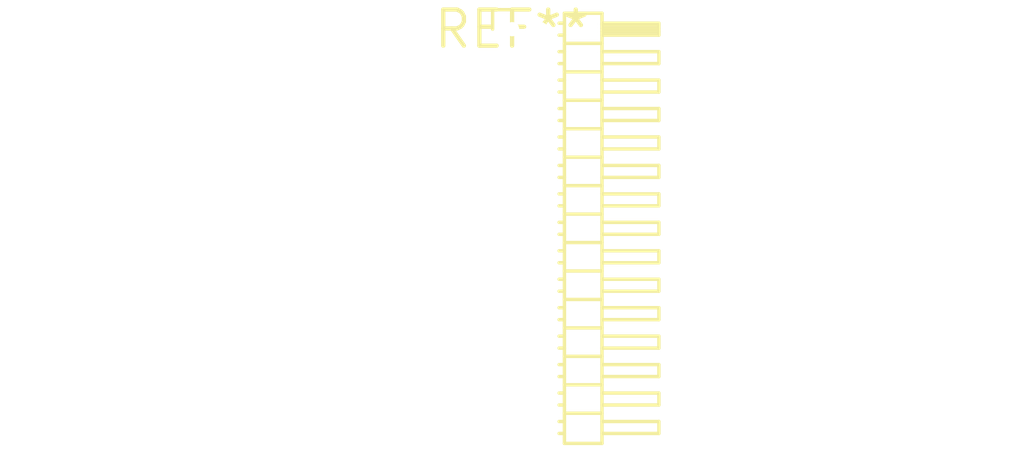
<source format=kicad_pcb>
(kicad_pcb (version 20240108) (generator pcbnew)
  (layers (0 "F.Cu" signal) (31 "B.Cu" signal) (34 "B.Paste" user) (35 "F.Paste" user) (36 "B.SilkS" user "B.Silkscreen") (37 "F.SilkS" user "F.Silkscreen") (38 "B.Mask" user) (39 "F.Mask" user) (44 "Edge.Cuts" user))
  (net 0 "")
  (footprint "PinHeader_2x15_P1.00mm_Horizontal" (layer "F.Cu") (at 0 0)
    (property "Reference" "REF**")
    (property "Value" "PinHeader_2x15_P1.00mm_Horizontal")
    (fp_line (start -0.685 -0.685) (end 0 -0.685) (layer "F.SilkS") (stroke (width 0.12)))
    (fp_line (start -0.685 0) (end -0.685 -0.685) (layer "F.SilkS") (stroke (width 0.12)))
    (fp_line (start 1.652016 -0.21) (end 1.84 -0.21) (layer "F.SilkS") (stroke (width 0.12)))
    (fp_line (start 1.652016 0.21) (end 1.84 0.21) (layer "F.SilkS") (stroke (width 0.12)))
    (fp_line (start 1.652016 0.79) (end 1.84 0.79) (layer "F.SilkS") (stroke (width 0.12)))
    (fp_line (start 1.652016 1.21) (end 1.84 1.21) (layer "F.SilkS") (stroke (width 0.12)))
    (fp_line (start 1.652016 1.79) (end 1.84 1.79) (layer "F.SilkS") (stroke (width 0.12)))
    (fp_line (start 1.652016 2.21) (end 1.84 2.21) (layer "F.SilkS") (stroke (width 0.12)))
    (fp_line (start 1.652016 2.79) (end 1.84 2.79) (layer "F.SilkS") (stroke (width 0.12)))
    (fp_line (start 1.652016 3.21) (end 1.84 3.21) (layer "F.SilkS") (stroke (width 0.12)))
    (fp_line (start 1.652016 3.79) (end 1.84 3.79) (layer "F.SilkS") (stroke (width 0.12)))
    (fp_line (start 1.652016 4.21) (end 1.84 4.21) (layer "F.SilkS") (stroke (width 0.12)))
    (fp_line (start 1.652016 4.79) (end 1.84 4.79) (layer "F.SilkS") (stroke (width 0.12)))
    (fp_line (start 1.652016 5.21) (end 1.84 5.21) (layer "F.SilkS") (stroke (width 0.12)))
    (fp_line (start 1.652016 5.79) (end 1.84 5.79) (layer "F.SilkS") (stroke (width 0.12)))
    (fp_line (start 1.652016 6.21) (end 1.84 6.21) (layer "F.SilkS") (stroke (width 0.12)))
    (fp_line (start 1.652016 6.79) (end 1.84 6.79) (layer "F.SilkS") (stroke (width 0.12)))
    (fp_line (start 1.652016 7.21) (end 1.84 7.21) (layer "F.SilkS") (stroke (width 0.12)))
    (fp_line (start 1.652016 7.79) (end 1.84 7.79) (layer "F.SilkS") (stroke (width 0.12)))
    (fp_line (start 1.652016 8.21) (end 1.84 8.21) (layer "F.SilkS") (stroke (width 0.12)))
    (fp_line (start 1.652016 8.79) (end 1.84 8.79) (layer "F.SilkS") (stroke (width 0.12)))
    (fp_line (start 1.652016 9.21) (end 1.84 9.21) (layer "F.SilkS") (stroke (width 0.12)))
    (fp_line (start 1.652016 9.79) (end 1.84 9.79) (layer "F.SilkS") (stroke (width 0.12)))
    (fp_line (start 1.652016 10.21) (end 1.84 10.21) (layer "F.SilkS") (stroke (width 0.12)))
    (fp_line (start 1.652016 10.79) (end 1.84 10.79) (layer "F.SilkS") (stroke (width 0.12)))
    (fp_line (start 1.652016 11.21) (end 1.84 11.21) (layer "F.SilkS") (stroke (width 0.12)))
    (fp_line (start 1.652016 11.79) (end 1.84 11.79) (layer "F.SilkS") (stroke (width 0.12)))
    (fp_line (start 1.652016 12.21) (end 1.84 12.21) (layer "F.SilkS") (stroke (width 0.12)))
    (fp_line (start 1.652016 12.79) (end 1.84 12.79) (layer "F.SilkS") (stroke (width 0.12)))
    (fp_line (start 1.652016 13.21) (end 1.84 13.21) (layer "F.SilkS") (stroke (width 0.12)))
    (fp_line (start 1.652016 13.79) (end 1.84 13.79) (layer "F.SilkS") (stroke (width 0.12)))
    (fp_line (start 1.652016 14.21) (end 1.84 14.21) (layer "F.SilkS") (stroke (width 0.12)))
    (fp_line (start 1.84 -0.56) (end 1.84 14.56) (layer "F.SilkS") (stroke (width 0.12)))
    (fp_line (start 1.84 0.5) (end 3.16 0.5) (layer "F.SilkS") (stroke (width 0.12)))
    (fp_line (start 1.84 1.5) (end 3.16 1.5) (layer "F.SilkS") (stroke (width 0.12)))
    (fp_line (start 1.84 2.5) (end 3.16 2.5) (layer "F.SilkS") (stroke (width 0.12)))
    (fp_line (start 1.84 3.5) (end 3.16 3.5) (layer "F.SilkS") (stroke (width 0.12)))
    (fp_line (start 1.84 4.5) (end 3.16 4.5) (layer "F.SilkS") (stroke (width 0.12)))
    (fp_line (start 1.84 5.5) (end 3.16 5.5) (layer "F.SilkS") (stroke (width 0.12)))
    (fp_line (start 1.84 6.5) (end 3.16 6.5) (layer "F.SilkS") (stroke (width 0.12)))
    (fp_line (start 1.84 7.5) (end 3.16 7.5) (layer "F.SilkS") (stroke (width 0.12)))
    (fp_line (start 1.84 8.5) (end 3.16 8.5) (layer "F.SilkS") (stroke (width 0.12)))
    (fp_line (start 1.84 9.5) (end 3.16 9.5) (layer "F.SilkS") (stroke (width 0.12)))
    (fp_line (start 1.84 10.5) (end 3.16 10.5) (layer "F.SilkS") (stroke (width 0.12)))
    (fp_line (start 1.84 11.5) (end 3.16 11.5) (layer "F.SilkS") (stroke (width 0.12)))
    (fp_line (start 1.84 12.5) (end 3.16 12.5) (layer "F.SilkS") (stroke (width 0.12)))
    (fp_line (start 1.84 13.5) (end 3.16 13.5) (layer "F.SilkS") (stroke (width 0.12)))
    (fp_line (start 1.84 14.56) (end 3.16 14.56) (layer "F.SilkS") (stroke (width 0.12)))
    (fp_line (start 3.16 -0.56) (end 1.84 -0.56) (layer "F.SilkS") (stroke (width 0.12)))
    (fp_line (start 3.16 -0.21) (end 5.16 -0.21) (layer "F.SilkS") (stroke (width 0.12)))
    (fp_line (start 3.16 -0.15) (end 5.16 -0.15) (layer "F.SilkS") (stroke (width 0.12)))
    (fp_line (start 3.16 -0.03) (end 5.16 -0.03) (layer "F.SilkS") (stroke (width 0.12)))
    (fp_line (start 3.16 0.09) (end 5.16 0.09) (layer "F.SilkS") (stroke (width 0.12)))
    (fp_line (start 3.16 0.79) (end 5.16 0.79) (layer "F.SilkS") (stroke (width 0.12)))
    (fp_line (start 3.16 1.79) (end 5.16 1.79) (layer "F.SilkS") (stroke (width 0.12)))
    (fp_line (start 3.16 2.79) (end 5.16 2.79) (layer "F.SilkS") (stroke (width 0.12)))
    (fp_line (start 3.16 3.79) (end 5.16 3.79) (layer "F.SilkS") (stroke (width 0.12)))
    (fp_line (start 3.16 4.79) (end 5.16 4.79) (layer "F.SilkS") (stroke (width 0.12)))
    (fp_line (start 3.16 5.79) (end 5.16 5.79) (layer "F.SilkS") (stroke (width 0.12)))
    (fp_line (start 3.16 6.79) (end 5.16 6.79) (layer "F.SilkS") (stroke (width 0.12)))
    (fp_line (start 3.16 7.79) (end 5.16 7.79) (layer "F.SilkS") (stroke (width 0.12)))
    (fp_line (start 3.16 8.79) (end 5.16 8.79) (layer "F.SilkS") (stroke (width 0.12)))
    (fp_line (start 3.16 9.79) (end 5.16 9.79) (layer "F.SilkS") (stroke (width 0.12)))
    (fp_line (start 3.16 10.79) (end 5.16 10.79) (layer "F.SilkS") (stroke (width 0.12)))
    (fp_line (start 3.16 11.79) (end 5.16 11.79) (layer "F.SilkS") (stroke (width 0.12)))
    (fp_line (start 3.16 12.79) (end 5.16 12.79) (layer "F.SilkS") (stroke (width 0.12)))
    (fp_line (start 3.16 13.79) (end 5.16 13.79) (layer "F.SilkS") (stroke (width 0.12)))
    (fp_line (start 3.16 14.56) (end 3.16 -0.56) (layer "F.SilkS") (stroke (width 0.12)))
    (fp_line (start 5.16 -0.21) (end 5.16 0.21) (layer "F.SilkS") (stroke (width 0.12)))
    (fp_line (start 5.16 0.21) (end 3.16 0.21) (layer "F.SilkS") (stroke (width 0.12)))
    (fp_line (start 5.16 0.79) (end 5.16 1.21) (layer "F.SilkS") (stroke (width 0.12)))
    (fp_line (start 5.16 1.21) (end 3.16 1.21) (layer "F.SilkS") (stroke (width 0.12)))
    (fp_line (start 5.16 1.79) (end 5.16 2.21) (layer "F.SilkS") (stroke (width 0.12)))
    (fp_line (start 5.16 2.21) (end 3.16 2.21) (layer "F.SilkS") (stroke (width 0.12)))
    (fp_line (start 5.16 2.79) (end 5.16 3.21) (layer "F.SilkS") (stroke (width 0.12)))
    (fp_line (start 5.16 3.21) (end 3.16 3.21) (layer "F.SilkS") (stroke (width 0.12)))
    (fp_line (start 5.16 3.79) (end 5.16 4.21) (layer "F.SilkS") (stroke (width 0.12)))
    (fp_line (start 5.16 4.21) (end 3.16 4.21) (layer "F.SilkS") (stroke (width 0.12)))
    (fp_line (start 5.16 4.79) (end 5.16 5.21) (layer "F.SilkS") (stroke (width 0.12)))
    (fp_line (start 5.16 5.21) (end 3.16 5.21) (layer "F.SilkS") (stroke (width 0.12)))
    (fp_line (start 5.16 5.79) (end 5.16 6.21) (layer "F.SilkS") (stroke (width 0.12)))
    (fp_line (start 5.16 6.21) (end 3.16 6.21) (layer "F.SilkS") (stroke (width 0.12)))
    (fp_line (start 5.16 6.79) (end 5.16 7.21) (layer "F.SilkS") (stroke (width 0.12)))
    (fp_line (start 5.16 7.21) (end 3.16 7.21) (layer "F.SilkS") (stroke (width 0.12)))
    (fp_line (start 5.16 7.79) (end 5.16 8.21) (layer "F.SilkS") (stroke (width 0.12)))
    (fp_line (start 5.16 8.21) (end 3.16 8.21) (layer "F.SilkS") (stroke (width 0.12)))
    (fp_line (start 5.16 8.79) (end 5.16 9.21) (layer "F.SilkS") (stroke (width 0.12)))
    (fp_line (start 5.16 9.21) (end 3.16 9.21) (layer "F.SilkS") (stroke (width 0.12)))
    (fp_line (start 5.16 9.79) (end 5.16 10.21) (layer "F.SilkS") (stroke (width 0.12)))
    (fp_line (start 5.16 10.21) (end 3.16 10.21) (layer "F.SilkS") (stroke (width 0.12)))
    (fp_line (start 5.16 10.79) (end 5.16 11.21) (layer "F.SilkS") (stroke (width 0.12)))
    (fp_line (start 5.16 11.21) (end 3.16 11.21) (layer "F.SilkS") (stroke (width 0.12)))
    (fp_line (start 5.16 11.79) (end 5.16 12.21) (layer "F.SilkS") (stroke (width 0.12)))
    (fp_line (start 5.16 12.21) (end 3.16 12.21) (layer "F.SilkS") (stroke (width 0.12)))
    (fp_line (start 5.16 12.79) (end 5.16 13.21) (layer "F.SilkS") (stroke (width 0.12)))
    (fp_line (start 5.16 13.21) (end 3.16 13.21) (layer "F.SilkS") (stroke (width 0.12)))
    (fp_line (start 5.16 13.79) (end 5.16 14.21) (layer "F.SilkS") (stroke (width 0.12)))
    (fp_line (start 5.16 14.21) (end 3.16 14.21) (layer "F.SilkS") (stroke (width 0.12)))
    (pad "1" thru_hole rect (at 0 0) (size 0.85 0.85) (drill 0.5) (layers *.Cu *.Mask) (remove_unused_layers))
    (pad "2" thru_hole oval (at 1 0) (size 0.85 0.85) (drill 0.5) (layers *.Cu *.Mask) (remove_unused_layers))
    (pad "3" thru_hole oval (at 0 1) (size 0.85 0.85) (drill 0.5) (layers *.Cu *.Mask) (remove_unused_layers))
    (pad "4" thru_hole oval (at 1 1) (size 0.85 0.85) (drill 0.5) (layers *.Cu *.Mask) (remove_unused_layers))
    (pad "5" thru_hole oval (at 0 2) (size 0.85 0.85) (drill 0.5) (layers *.Cu *.Mask) (remove_unused_layers))
    (pad "6" thru_hole oval (at 1 2) (size 0.85 0.85) (drill 0.5) (layers *.Cu *.Mask) (remove_unused_layers))
    (pad "7" thru_hole oval (at 0 3) (size 0.85 0.85) (drill 0.5) (layers *.Cu *.Mask) (remove_unused_layers))
    (pad "8" thru_hole oval (at 1 3) (size 0.85 0.85) (drill 0.5) (layers *.Cu *.Mask) (remove_unused_layers))
    (pad "9" thru_hole oval (at 0 4) (size 0.85 0.85) (drill 0.5) (layers *.Cu *.Mask) (remove_unused_layers))
    (pad "10" thru_hole oval (at 1 4) (size 0.85 0.85) (drill 0.5) (layers *.Cu *.Mask) (remove_unused_layers))
    (pad "11" thru_hole oval (at 0 5) (size 0.85 0.85) (drill 0.5) (layers *.Cu *.Mask) (remove_unused_layers))
    (pad "12" thru_hole oval (at 1 5) (size 0.85 0.85) (drill 0.5) (layers *.Cu *.Mask) (remove_unused_layers))
    (pad "13" thru_hole oval (at 0 6) (size 0.85 0.85) (drill 0.5) (layers *.Cu *.Mask) (remove_unused_layers))
    (pad "14" thru_hole oval (at 1 6) (size 0.85 0.85) (drill 0.5) (layers *.Cu *.Mask) (remove_unused_layers))
    (pad "15" thru_hole oval (at 0 7) (size 0.85 0.85) (drill 0.5) (layers *.Cu *.Mask) (remove_unused_layers))
    (pad "16" thru_hole oval (at 1 7) (size 0.85 0.85) (drill 0.5) (layers *.Cu *.Mask) (remove_unused_layers))
    (pad "17" thru_hole oval (at 0 8) (size 0.85 0.85) (drill 0.5) (layers *.Cu *.Mask) (remove_unused_layers))
    (pad "18" thru_hole oval (at 1 8) (size 0.85 0.85) (drill 0.5) (layers *.Cu *.Mask) (remove_unused_layers))
    (pad "19" thru_hole oval (at 0 9) (size 0.85 0.85) (drill 0.5) (layers *.Cu *.Mask) (remove_unused_layers))
    (pad "20" thru_hole oval (at 1 9) (size 0.85 0.85) (drill 0.5) (layers *.Cu *.Mask) (remove_unused_layers))
    (pad "21" thru_hole oval (at 0 10) (size 0.85 0.85) (drill 0.5) (layers *.Cu *.Mask) (remove_unused_layers))
    (pad "22" thru_hole oval (at 1 10) (size 0.85 0.85) (drill 0.5) (layers *.Cu *.Mask) (remove_unused_layers))
    (pad "23" thru_hole oval (at 0 11) (size 0.85 0.85) (drill 0.5) (layers *.Cu *.Mask) (remove_unused_layers))
    (pad "24" thru_hole oval (at 1 11) (size 0.85 0.85) (drill 0.5) (layers *.Cu *.Mask) (remove_unused_layers))
    (pad "25" thru_hole oval (at 0 12) (size 0.85 0.85) (drill 0.5) (layers *.Cu *.Mask) (remove_unused_layers))
    (pad "26" thru_hole oval (at 1 12) (size 0.85 0.85) (drill 0.5) (layers *.Cu *.Mask) (remove_unused_layers))
    (pad "27" thru_hole oval (at 0 13) (size 0.85 0.85) (drill 0.5) (layers *.Cu *.Mask) (remove_unused_layers))
    (pad "28" thru_hole oval (at 1 13) (size 0.85 0.85) (drill 0.5) (layers *.Cu *.Mask) (remove_unused_layers))
    (pad "29" thru_hole oval (at 0 14) (size 0.85 0.85) (drill 0.5) (layers *.Cu *.Mask) (remove_unused_layers))
    (pad "30" thru_hole oval (at 1 14) (size 0.85 0.85) (drill 0.5) (layers *.Cu *.Mask) (remove_unused_layers))
  )
)
</source>
